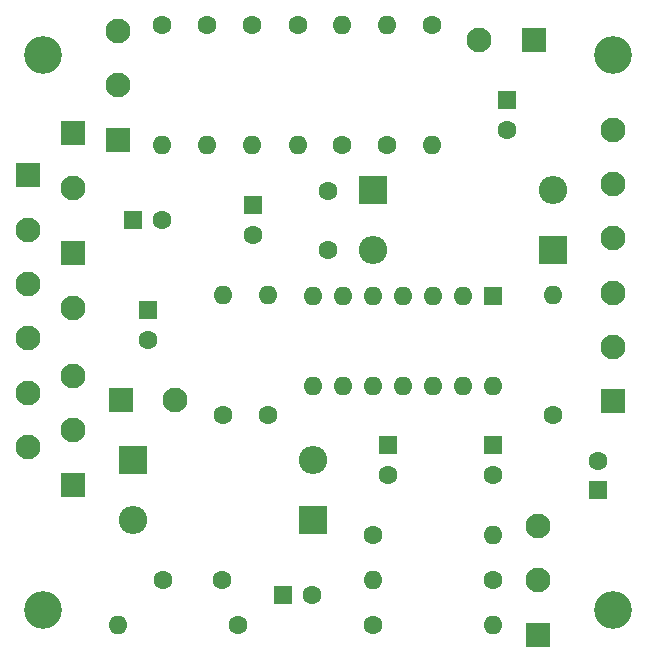
<source format=gbr>
%TF.GenerationSoftware,KiCad,Pcbnew,6.0.7-f9a2dced07~116~ubuntu20.04.1*%
%TF.CreationDate,2022-10-18T16:55:30+02:00*%
%TF.ProjectId,od-ds-fz,6f642d64-732d-4667-9a2e-6b696361645f,rev?*%
%TF.SameCoordinates,Original*%
%TF.FileFunction,Soldermask,Bot*%
%TF.FilePolarity,Negative*%
%FSLAX46Y46*%
G04 Gerber Fmt 4.6, Leading zero omitted, Abs format (unit mm)*
G04 Created by KiCad (PCBNEW 6.0.7-f9a2dced07~116~ubuntu20.04.1) date 2022-10-18 16:55:30*
%MOMM*%
%LPD*%
G01*
G04 APERTURE LIST*
G04 Aperture macros list*
%AMRoundRect*
0 Rectangle with rounded corners*
0 $1 Rounding radius*
0 $2 $3 $4 $5 $6 $7 $8 $9 X,Y pos of 4 corners*
0 Add a 4 corners polygon primitive as box body*
4,1,4,$2,$3,$4,$5,$6,$7,$8,$9,$2,$3,0*
0 Add four circle primitives for the rounded corners*
1,1,$1+$1,$2,$3*
1,1,$1+$1,$4,$5*
1,1,$1+$1,$6,$7*
1,1,$1+$1,$8,$9*
0 Add four rect primitives between the rounded corners*
20,1,$1+$1,$2,$3,$4,$5,0*
20,1,$1+$1,$4,$5,$6,$7,0*
20,1,$1+$1,$6,$7,$8,$9,0*
20,1,$1+$1,$8,$9,$2,$3,0*%
G04 Aperture macros list end*
%ADD10C,1.600000*%
%ADD11O,1.600000X1.600000*%
%ADD12R,1.600000X1.600000*%
%ADD13R,2.400000X2.400000*%
%ADD14O,2.400000X2.400000*%
%ADD15C,3.200000*%
%ADD16RoundRect,0.250001X-0.799999X0.799999X-0.799999X-0.799999X0.799999X-0.799999X0.799999X0.799999X0*%
%ADD17C,2.100000*%
%ADD18RoundRect,0.250001X0.799999X-0.799999X0.799999X0.799999X-0.799999X0.799999X-0.799999X-0.799999X0*%
%ADD19RoundRect,0.250001X-0.799999X-0.799999X0.799999X-0.799999X0.799999X0.799999X-0.799999X0.799999X0*%
%ADD20RoundRect,0.250001X0.799999X0.799999X-0.799999X0.799999X-0.799999X-0.799999X0.799999X-0.799999X0*%
G04 APERTURE END LIST*
D10*
%TO.C,C10*%
X148590000Y-77430000D03*
X148590000Y-72430000D03*
%TD*%
%TO.C,R4*%
X149760000Y-68580000D03*
D11*
X149760000Y-58420000D03*
%TD*%
D12*
%TO.C,C7*%
X153670000Y-93980000D03*
D10*
X153670000Y-96480000D03*
%TD*%
D12*
%TO.C,C5*%
X144780000Y-106680000D03*
D10*
X147280000Y-106680000D03*
%TD*%
%TO.C,R1*%
X153570000Y-68580000D03*
D11*
X153570000Y-58420000D03*
%TD*%
D13*
%TO.C,D2*%
X132080000Y-95250000D03*
D14*
X147320000Y-95250000D03*
%TD*%
D10*
%TO.C,R13*%
X167640000Y-91440000D03*
D11*
X167640000Y-81280000D03*
%TD*%
D13*
%TO.C,D3*%
X147320000Y-100330000D03*
D14*
X132080000Y-100330000D03*
%TD*%
D10*
%TO.C,R8*%
X143510000Y-91440000D03*
D11*
X143510000Y-81280000D03*
%TD*%
D10*
%TO.C,R3*%
X138330000Y-58420000D03*
D11*
X138330000Y-68580000D03*
%TD*%
D15*
%TO.C,H2*%
X172720000Y-107950000D03*
%TD*%
D13*
%TO.C,D4*%
X152400000Y-72390000D03*
D14*
X167640000Y-72390000D03*
%TD*%
D10*
%TO.C,R10*%
X152400000Y-101600000D03*
D11*
X162560000Y-101600000D03*
%TD*%
D10*
%TO.C,R5*%
X146050000Y-58420000D03*
D11*
X146050000Y-68580000D03*
%TD*%
D10*
%TO.C,R11*%
X162560000Y-105410000D03*
D11*
X152400000Y-105410000D03*
%TD*%
D12*
%TO.C,C3*%
X163730000Y-64770000D03*
D10*
X163730000Y-67270000D03*
%TD*%
D16*
%TO.C,J1*%
X127000000Y-77710000D03*
D17*
X127000000Y-82310000D03*
%TD*%
D18*
%TO.C,RVvol1*%
X130810000Y-68100000D03*
D17*
X130810000Y-63500000D03*
X130810000Y-58900000D03*
%TD*%
D16*
%TO.C,SWPow1*%
X123190000Y-71120000D03*
D17*
X123190000Y-75720000D03*
X123190000Y-80320000D03*
X123190000Y-84920000D03*
X123190000Y-89520000D03*
X123190000Y-94120000D03*
%TD*%
D12*
%TO.C,C2*%
X132080000Y-74930000D03*
D10*
X134580000Y-74930000D03*
%TD*%
D12*
%TO.C,C1*%
X142240000Y-73660000D03*
D10*
X142240000Y-76160000D03*
%TD*%
D18*
%TO.C,RVgain1*%
X127000000Y-97310000D03*
D17*
X127000000Y-92710000D03*
X127000000Y-88110000D03*
%TD*%
D19*
%TO.C,JBat1*%
X131050000Y-90170000D03*
D17*
X135650000Y-90170000D03*
%TD*%
D15*
%TO.C,H1*%
X124460000Y-60960000D03*
%TD*%
D10*
%TO.C,R12*%
X157380000Y-58420000D03*
D11*
X157380000Y-68580000D03*
%TD*%
D10*
%TO.C,R6*%
X134520000Y-58420000D03*
D11*
X134520000Y-68580000D03*
%TD*%
D15*
%TO.C,H4*%
X124460000Y-107950000D03*
%TD*%
D12*
%TO.C,U1*%
X162565000Y-81290000D03*
D11*
X160025000Y-81290000D03*
X157485000Y-81290000D03*
X154945000Y-81290000D03*
X152405000Y-81290000D03*
X149865000Y-81290000D03*
X147325000Y-81290000D03*
X147325000Y-88910000D03*
X149865000Y-88910000D03*
X152405000Y-88910000D03*
X154945000Y-88910000D03*
X157485000Y-88910000D03*
X160025000Y-88910000D03*
X162565000Y-88910000D03*
%TD*%
D12*
%TO.C,C8*%
X162560000Y-93980000D03*
D10*
X162560000Y-96480000D03*
%TD*%
D12*
%TO.C,C4*%
X133350000Y-82550000D03*
D10*
X133350000Y-85050000D03*
%TD*%
%TO.C,R2*%
X142140000Y-58420000D03*
D11*
X142140000Y-68580000D03*
%TD*%
D18*
%TO.C,SWclip1*%
X172720000Y-90240000D03*
D17*
X172720000Y-85640000D03*
X172720000Y-81040000D03*
X172720000Y-76440000D03*
X172720000Y-71840000D03*
X172720000Y-67240000D03*
%TD*%
D13*
%TO.C,D5*%
X167640000Y-77470000D03*
D14*
X152400000Y-77470000D03*
%TD*%
D16*
%TO.C,J2*%
X127000000Y-67550000D03*
D17*
X127000000Y-72150000D03*
%TD*%
D12*
%TO.C,C9*%
X171450000Y-97790000D03*
D10*
X171450000Y-95290000D03*
%TD*%
D20*
%TO.C,D1*%
X166030000Y-59690000D03*
D17*
X161430000Y-59690000D03*
%TD*%
D10*
%TO.C,R7*%
X139700000Y-91440000D03*
D11*
X139700000Y-81280000D03*
%TD*%
D18*
%TO.C,RVtone1*%
X166370000Y-110010000D03*
D17*
X166370000Y-105410000D03*
X166370000Y-100810000D03*
%TD*%
D10*
%TO.C,R14*%
X152400000Y-109220000D03*
D11*
X162560000Y-109220000D03*
%TD*%
D10*
%TO.C,C6*%
X139660000Y-105410000D03*
X134660000Y-105410000D03*
%TD*%
D15*
%TO.C,H3*%
X172720000Y-60960000D03*
%TD*%
D10*
%TO.C,R9*%
X140970000Y-109220000D03*
D11*
X130810000Y-109220000D03*
%TD*%
M02*

</source>
